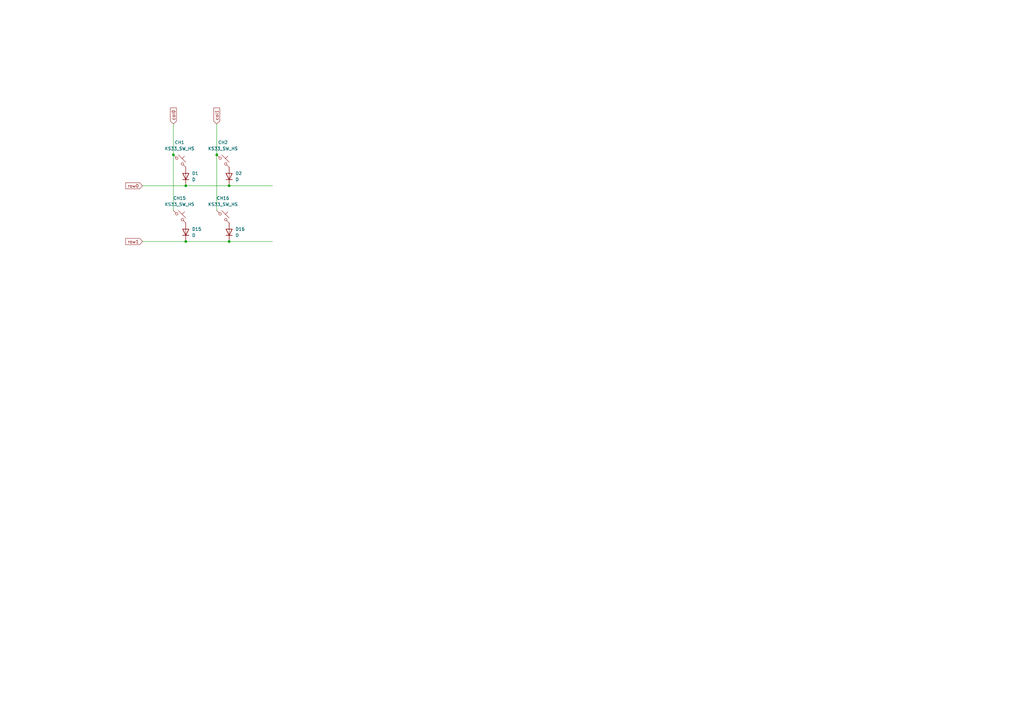
<source format=kicad_sch>
(kicad_sch (version 20231120) (generator "eeschema") (generator_version "8.0")
  (paper "A3")
  (lib_symbols
    (symbol "Device:D" (pin_numbers hide) (pin_names (offset 1.016) hide)
      (property "Reference" "D" (at 0 2.54 0))
      (property "Value" "D" (at 0 -2.54 0))
      (symbol "D_0_1"
        (polyline (pts (xy -1.27 1.27) (xy -1.27 -1.27)) (stroke (width 0.254)))
        (polyline (pts (xy 1.27 0) (xy -1.27 0)))
        (polyline (pts (xy 1.27 1.27) (xy 1.27 -1.27) (xy -1.27 0) (xy 1.27 1.27)) (stroke (width 0.254)))
      )
      (symbol "D_1_1"
        (pin passive line (at -3.81 0 0) (length 2.54) (name "K") (number "1"))
        (pin passive line (at 3.81 0 180) (length 2.54) (name "A") (number "2"))
      )
    )
    (symbol "PCM_marbastlib-gateron_lp:KS33_SW_HS_KS-2P02B01-02" (pin_numbers hide) (pin_names (offset 1.016) hide)
      (property "Reference" "CH" (at 3.048 1.016 0))
      (property "Value" "KS33_SW_HS" (at 0 -3.81 0))
      (symbol "KS33_SW_HS_KS-2P02B01-02_0_1"
        (circle (center -1.1684 1.1684) (radius 0.508))
        (polyline (pts (xy -0.508 2.54) (xy 2.54 -0.508)))
        (polyline (pts (xy 1.016 1.016) (xy 2.032 2.032)))
        (polyline (pts (xy -2.54 2.54) (xy -1.524 1.524) (xy -1.524 1.524)))
        (polyline (pts (xy 1.524 -1.524) (xy 2.54 -2.54) (xy 2.54 -2.54) (xy 2.54 -2.54)))
        (circle (center 1.143 -1.1938) (radius 0.508))
        (pin passive line (at -2.54 2.54 0) (length 0) (name "1") (number "1"))
        (pin passive line (at 2.54 -2.54 180) (length 0) (name "2") (number "2"))
      )
    )
  )
  (junction (at 93.98 76.2))
  (junction (at 76.2 76.2))
  (junction (at 93.98 99.06))
  (junction (at 88.9 63.5))
  (junction (at 71.12 63.5))
  (junction (at 76.2 99.06))
  (wire (pts (xy 76.2 99.06) (xy 93.98 99.06)))
  (wire (pts (xy 58.42 99.06) (xy 76.2 99.06)))
  (wire (pts (xy 88.9 50.8) (xy 88.9 63.5)))
  (wire (pts (xy 58.42 76.2) (xy 76.2 76.2)))
  (wire (pts (xy 71.12 63.5) (xy 71.12 86.36)))
  (wire (pts (xy 93.98 76.2) (xy 111.76 76.2)))
  (wire (pts (xy 93.98 99.06) (xy 111.76 99.06)))
  (wire (pts (xy 71.12 50.8) (xy 71.12 63.5)))
  (wire (pts (xy 76.2 76.2) (xy 93.98 76.2)))
  (wire (pts (xy 88.9 63.5) (xy 88.9 86.36)))
  (global_label "col1" (shape input) (at 88.9 50.8 90) (property "Intersheetrefs" "${INTERSHEET_REFS}" (effects (hide yes))))
  (global_label "row0" (shape input) (at 58.42 76.2 180) (property "Intersheetrefs" "${INTERSHEET_REFS}" (effects (hide yes))))
  (global_label "col0" (shape input) (at 71.12 50.8 90) (property "Intersheetrefs" "${INTERSHEET_REFS}" (effects (hide yes))))
  (global_label "row1" (shape input) (at 58.42 99.06 180) (property "Intersheetrefs" "${INTERSHEET_REFS}" (effects (hide yes))))
  (symbol (lib_id "Device:D") (at 93.98 95.25 90) (unit 1)
    (property "Reference" "D16" (at 96.52 93.9799 90) (effects (justify right)))
    (property "Value" "D" (at 96.52 96.5199 90) (effects (justify right)))
    (property "Footprint" "Diode_SMD:D_SOD-123" (effects (hide yes)))
    (property "Description" "Diode" (effects (hide yes)))
    (property "Sim.Device" "D" (effects (hide yes)))
    (property "Sim.Pins" "1=K 2=A" (effects (hide yes)))
  )
  (symbol (lib_id "PCM_marbastlib-gateron_lp:KS33_SW_HS_KS-2P02B01-02") (at 91.44 88.9 0) (unit 1)
    (property "Reference" "CH16" (at 91.44 81.28 0))
    (property "Value" "KS33_SW_HS" (at 91.44 83.82 0))
    (property "Footprint" "ModHob:KS-33_MX-Hotswap-1U" (effects (hide yes)))
    (property "Description" "Push button switch, normally open, two pins, 45° tilted" (effects (hide yes)))
  )
  (symbol (lib_id "PCM_marbastlib-gateron_lp:KS33_SW_HS_KS-2P02B01-02") (at 73.66 88.9 0) (unit 1)
    (property "Reference" "CH15" (at 73.66 81.28 0))
    (property "Value" "KS33_SW_HS" (at 73.66 83.82 0))
    (property "Footprint" "ModHob:KS-33_MX-Hotswap-1U" (effects (hide yes)))
    (property "Description" "Push button switch, normally open, two pins, 45° tilted" (effects (hide yes)))
  )
  (symbol (lib_id "Device:D") (at 76.2 72.39 90) (unit 1)
    (property "Reference" "D1" (at 78.74 71.1199 90) (effects (justify right)))
    (property "Value" "D" (at 78.74 73.6599 90) (effects (justify right)))
    (property "Footprint" "Diode_SMD:D_SOD-123" (effects (hide yes)))
    (property "Description" "Diode" (effects (hide yes)))
    (property "Sim.Device" "D" (effects (hide yes)))
    (property "Sim.Pins" "1=K 2=A" (effects (hide yes)))
  )
  (symbol (lib_id "Device:D") (at 93.98 72.39 90) (unit 1)
    (property "Reference" "D2" (at 96.52 71.1199 90) (effects (justify right)))
    (property "Value" "D" (at 96.52 73.6599 90) (effects (justify right)))
    (property "Footprint" "Diode_SMD:D_SOD-123" (effects (hide yes)))
    (property "Description" "Diode" (effects (hide yes)))
    (property "Sim.Device" "D" (effects (hide yes)))
    (property "Sim.Pins" "1=K 2=A" (effects (hide yes)))
  )
  (symbol (lib_id "PCM_marbastlib-gateron_lp:KS33_SW_HS_KS-2P02B01-02") (at 73.66 66.04 0) (unit 1)
    (property "Reference" "CH1" (at 73.66 58.42 0))
    (property "Value" "KS33_SW_HS" (at 73.66 60.96 0))
    (property "Footprint" "ModHob:KS-33_MX-Hotswap-1U" (effects (hide yes)))
    (property "Description" "Push button switch, normally open, two pins, 45° tilted" (effects (hide yes)))
  )
  (symbol (lib_id "Device:D") (at 76.2 95.25 90) (unit 1)
    (property "Reference" "D15" (at 78.74 93.9799 90) (effects (justify right)))
    (property "Value" "D" (at 78.74 96.5199 90) (effects (justify right)))
    (property "Footprint" "Diode_SMD:D_SOD-123" (effects (hide yes)))
    (property "Description" "Diode" (effects (hide yes)))
    (property "Sim.Device" "D" (effects (hide yes)))
    (property "Sim.Pins" "1=K 2=A" (effects (hide yes)))
  )
  (symbol (lib_id "PCM_marbastlib-gateron_lp:KS33_SW_HS_KS-2P02B01-02") (at 91.44 66.04 0) (unit 1)
    (property "Reference" "CH2" (at 91.44 58.42 0))
    (property "Value" "KS33_SW_HS" (at 91.44 60.96 0))
    (property "Footprint" "ModHob:KS-33_MX-Hotswap-1U" (effects (hide yes)))
    (property "Description" "Push button switch, normally open, two pins, 45° tilted" (effects (hide yes)))
  )
)
</source>
